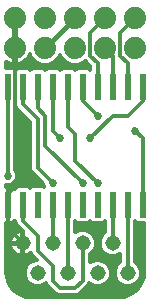
<source format=gbl>
G75*
%MOIN*%
%OFA0B0*%
%FSLAX24Y24*%
%IPPOS*%
%LPD*%
%AMOC8*
5,1,8,0,0,1.08239X$1,22.5*
%
%ADD10C,0.0515*%
%ADD11R,0.0236X0.0866*%
%ADD12C,0.0740*%
%ADD13C,0.0120*%
%ADD14C,0.0270*%
%ADD15C,0.0160*%
D10*
X001550Y001517D03*
X001050Y002517D03*
X002050Y002517D03*
X002550Y001517D03*
X003050Y002517D03*
X003550Y001517D03*
X004050Y002517D03*
X004550Y001517D03*
D11*
X004550Y003798D03*
X004050Y003798D03*
X003550Y003798D03*
X003050Y003798D03*
X002550Y003798D03*
X002050Y003798D03*
X001550Y003798D03*
X001050Y003798D03*
X000550Y003798D03*
X000550Y007735D03*
X001050Y007735D03*
X001550Y007735D03*
X002050Y007735D03*
X002550Y007735D03*
X003050Y007735D03*
X003550Y007735D03*
X004050Y007735D03*
X004550Y007735D03*
X005050Y007735D03*
X005050Y003798D03*
D12*
X004800Y009017D03*
X004800Y010017D03*
X003800Y010017D03*
X003800Y009017D03*
X002800Y009017D03*
X002800Y010017D03*
X001800Y010017D03*
X001800Y009017D03*
X000800Y009017D03*
X000800Y010017D03*
D13*
X000596Y001158D02*
X000741Y000958D01*
X000941Y000813D01*
X001176Y000736D01*
X001300Y000727D01*
X004300Y000727D01*
X004424Y000736D01*
X004659Y000813D01*
X004859Y000958D01*
X005004Y001158D01*
X005080Y001393D01*
X005090Y001517D01*
X005090Y003185D01*
X004857Y003185D01*
X004800Y003242D01*
X004800Y003242D01*
X004790Y003232D01*
X004790Y001891D01*
X004798Y001888D01*
X004921Y001764D01*
X004987Y001604D01*
X004987Y001430D01*
X004921Y001269D01*
X004798Y001146D01*
X004637Y001079D01*
X004463Y001079D01*
X004302Y001146D01*
X004179Y001269D01*
X004113Y001430D01*
X004113Y001604D01*
X004179Y001764D01*
X004302Y001888D01*
X004310Y001891D01*
X004310Y002158D01*
X004298Y002146D01*
X004137Y002079D01*
X003963Y002079D01*
X003802Y002146D01*
X003679Y002269D01*
X003613Y002430D01*
X003613Y002604D01*
X003679Y002764D01*
X003802Y002888D01*
X003810Y002891D01*
X003810Y003232D01*
X003800Y003242D01*
X003800Y003242D01*
X003743Y003185D01*
X003357Y003185D01*
X003300Y003242D01*
X003300Y003242D01*
X003243Y003185D01*
X002857Y003185D01*
X002800Y003242D01*
X002800Y003242D01*
X002790Y003232D01*
X002790Y002875D01*
X002802Y002888D01*
X002963Y002954D01*
X003137Y002954D01*
X003298Y002888D01*
X003421Y002764D01*
X003487Y002604D01*
X003487Y002430D01*
X003421Y002269D01*
X003298Y002146D01*
X003290Y002143D01*
X003290Y001875D01*
X003302Y001888D01*
X003463Y001954D01*
X003637Y001954D01*
X003798Y001888D01*
X003921Y001764D01*
X003987Y001604D01*
X003987Y001430D01*
X003921Y001269D01*
X003798Y001146D01*
X003637Y001079D01*
X003463Y001079D01*
X003302Y001146D01*
X003272Y001176D01*
X003253Y001131D01*
X003003Y000881D01*
X002936Y000813D01*
X002848Y000777D01*
X002252Y000777D01*
X002164Y000813D01*
X001914Y001063D01*
X001847Y001131D01*
X001828Y001176D01*
X001798Y001146D01*
X001637Y001079D01*
X001463Y001079D01*
X001302Y001146D01*
X001179Y001269D01*
X001113Y001430D01*
X001113Y001604D01*
X001179Y001764D01*
X001302Y001888D01*
X001463Y001954D01*
X001523Y001954D01*
X001414Y002063D01*
X001347Y002131D01*
X001319Y002196D01*
X001269Y002160D01*
X001210Y002130D01*
X001148Y002109D01*
X001083Y002099D01*
X001069Y002099D01*
X001069Y002498D01*
X001031Y002498D01*
X000633Y002498D01*
X000633Y002484D01*
X000643Y002419D01*
X000663Y002356D01*
X000693Y002298D01*
X000732Y002245D01*
X000778Y002198D01*
X000831Y002160D01*
X000890Y002130D01*
X000952Y002109D01*
X001017Y002099D01*
X001031Y002099D01*
X001031Y002498D01*
X001031Y002535D01*
X000633Y002535D01*
X000633Y002550D01*
X000643Y002614D01*
X000663Y002677D01*
X000693Y002735D01*
X000732Y002789D01*
X000778Y002835D01*
X000831Y002874D01*
X000890Y002904D01*
X000952Y002924D01*
X001017Y002934D01*
X001031Y002934D01*
X001031Y002535D01*
X001069Y002535D01*
X001069Y002909D01*
X000914Y003063D01*
X000847Y003131D01*
X000810Y003219D01*
X000810Y003232D01*
X000786Y003257D01*
X000766Y003237D01*
X000730Y003216D01*
X000689Y003205D01*
X000550Y003205D01*
X000550Y003798D01*
X000550Y003798D01*
X000550Y003205D01*
X000510Y003205D01*
X000510Y001517D01*
X000520Y001393D01*
X000596Y001158D01*
X000632Y001109D02*
X001391Y001109D01*
X001220Y001228D02*
X000573Y001228D01*
X000535Y001346D02*
X001147Y001346D01*
X001113Y001465D02*
X000514Y001465D01*
X000510Y001583D02*
X001113Y001583D01*
X001153Y001702D02*
X000510Y001702D01*
X000510Y001820D02*
X001235Y001820D01*
X001426Y001939D02*
X000510Y001939D01*
X000510Y002057D02*
X001420Y002057D01*
X001328Y002176D02*
X001291Y002176D01*
X001069Y002176D02*
X001031Y002176D01*
X001031Y002294D02*
X001069Y002294D01*
X001069Y002413D02*
X001031Y002413D01*
X001050Y002517D02*
X001050Y001267D01*
X001550Y000767D01*
X003675Y000767D01*
X004050Y001142D01*
X003880Y001228D02*
X004220Y001228D01*
X004147Y001346D02*
X003953Y001346D01*
X003987Y001465D02*
X004113Y001465D01*
X004113Y001583D02*
X003987Y001583D01*
X003947Y001702D02*
X004153Y001702D01*
X004235Y001820D02*
X003865Y001820D01*
X003674Y001939D02*
X004310Y001939D01*
X004310Y002057D02*
X003290Y002057D01*
X003290Y001939D02*
X003426Y001939D01*
X003328Y002176D02*
X003772Y002176D01*
X003669Y002294D02*
X003431Y002294D01*
X003480Y002413D02*
X003620Y002413D01*
X003613Y002531D02*
X003487Y002531D01*
X003468Y002650D02*
X003632Y002650D01*
X003683Y002768D02*
X003417Y002768D01*
X003299Y002887D02*
X003801Y002887D01*
X003810Y003005D02*
X002790Y003005D01*
X002790Y002887D02*
X002801Y002887D01*
X002790Y003124D02*
X003810Y003124D01*
X004050Y002517D02*
X004050Y003798D01*
X004550Y003798D02*
X004550Y001517D01*
X004790Y001939D02*
X005090Y001939D01*
X005090Y002057D02*
X004790Y002057D01*
X004790Y002176D02*
X005090Y002176D01*
X005090Y002294D02*
X004790Y002294D01*
X004790Y002413D02*
X005090Y002413D01*
X005090Y002531D02*
X004790Y002531D01*
X004790Y002650D02*
X005090Y002650D01*
X005090Y002768D02*
X004790Y002768D01*
X004790Y002887D02*
X005090Y002887D01*
X005090Y003005D02*
X004790Y003005D01*
X004790Y003124D02*
X005090Y003124D01*
X005050Y003798D02*
X005050Y006017D01*
X004800Y006267D01*
X004550Y006767D02*
X005050Y007267D01*
X005050Y007735D01*
X004550Y007735D02*
X004550Y008517D01*
X004300Y008767D01*
X004300Y009517D01*
X004800Y010017D01*
X003800Y009017D02*
X004050Y008767D01*
X004050Y007735D01*
X003550Y007735D02*
X003550Y008517D01*
X003300Y008767D01*
X003300Y009517D01*
X003800Y010017D01*
X003144Y008583D02*
X003164Y008563D01*
X003310Y008417D01*
X003310Y008301D01*
X003300Y008291D01*
X003243Y008348D01*
X002857Y008348D01*
X002800Y008291D01*
X002743Y008348D01*
X002357Y008348D01*
X002300Y008291D01*
X002243Y008348D01*
X001857Y008348D01*
X001800Y008291D01*
X001743Y008348D01*
X001357Y008348D01*
X001300Y008291D01*
X001243Y008348D01*
X000857Y008348D01*
X000800Y008291D01*
X000743Y008348D01*
X000510Y008348D01*
X000510Y008572D01*
X000522Y008563D01*
X000597Y008525D01*
X000676Y008500D01*
X000758Y008487D01*
X000760Y008487D01*
X000760Y008977D01*
X000840Y008977D01*
X000840Y008487D01*
X000842Y008487D01*
X000924Y008500D01*
X001003Y008525D01*
X001078Y008563D01*
X001145Y008612D01*
X001204Y008671D01*
X001253Y008739D01*
X001290Y008811D01*
X001334Y008705D01*
X001488Y008550D01*
X001691Y008467D01*
X001909Y008467D01*
X002112Y008550D01*
X002266Y008705D01*
X002300Y008787D01*
X002334Y008705D01*
X002488Y008550D01*
X002691Y008467D01*
X002909Y008467D01*
X003112Y008550D01*
X003144Y008583D01*
X003136Y008575D02*
X003153Y008575D01*
X003271Y008456D02*
X000510Y008456D01*
X000753Y008338D02*
X000847Y008338D01*
X000840Y008575D02*
X000760Y008575D01*
X000760Y008693D02*
X000840Y008693D01*
X000840Y008812D02*
X000760Y008812D01*
X000760Y008930D02*
X000840Y008930D01*
X000800Y009017D02*
X000800Y006767D01*
X001175Y006392D01*
X001175Y004767D01*
X000550Y004142D01*
X000550Y003798D01*
X000550Y003017D01*
X001050Y002517D01*
X001031Y002531D02*
X000510Y002531D01*
X000510Y002413D02*
X000645Y002413D01*
X000696Y002294D02*
X000510Y002294D01*
X000510Y002176D02*
X000809Y002176D01*
X000654Y002650D02*
X000510Y002650D01*
X000510Y002768D02*
X000717Y002768D01*
X000857Y002887D02*
X000510Y002887D01*
X000510Y003005D02*
X000972Y003005D01*
X001031Y002887D02*
X001069Y002887D01*
X001069Y002768D02*
X001031Y002768D01*
X001031Y002650D02*
X001069Y002650D01*
X000854Y003124D02*
X000510Y003124D01*
X000550Y003242D02*
X000550Y003242D01*
X000550Y003361D02*
X000550Y003361D01*
X000550Y003479D02*
X000550Y003479D01*
X000550Y003598D02*
X000550Y003598D01*
X000550Y003716D02*
X000550Y003716D01*
X000550Y003798D02*
X000550Y004391D01*
X000510Y004391D01*
X000510Y004452D01*
X000613Y004452D01*
X000728Y004500D01*
X000817Y004588D01*
X000865Y004704D01*
X000865Y004829D01*
X000817Y004945D01*
X000790Y004972D01*
X000790Y007169D01*
X000800Y007179D01*
X000810Y007169D01*
X000810Y007094D01*
X000847Y007006D01*
X000914Y006938D01*
X001310Y006542D01*
X001310Y004969D01*
X001347Y004881D01*
X001414Y004813D01*
X001735Y004492D01*
X001735Y004454D01*
X001760Y004394D01*
X001743Y004411D01*
X001357Y004411D01*
X001300Y004354D01*
X001243Y004411D01*
X000857Y004411D01*
X000786Y004340D01*
X000766Y004359D01*
X000730Y004380D01*
X000689Y004391D01*
X000550Y004391D01*
X000550Y003798D01*
X000550Y003798D01*
X000550Y003835D02*
X000550Y003835D01*
X000550Y003953D02*
X000550Y003953D01*
X000550Y004072D02*
X000550Y004072D01*
X000550Y004190D02*
X000550Y004190D01*
X000550Y004309D02*
X000550Y004309D01*
X000510Y004427D02*
X001746Y004427D01*
X001682Y004546D02*
X000774Y004546D01*
X000848Y004664D02*
X001563Y004664D01*
X001445Y004783D02*
X000865Y004783D01*
X000835Y004901D02*
X001338Y004901D01*
X001310Y005020D02*
X000790Y005020D01*
X000790Y005138D02*
X001310Y005138D01*
X001310Y005257D02*
X000790Y005257D01*
X000790Y005375D02*
X001310Y005375D01*
X001310Y005494D02*
X000790Y005494D01*
X000790Y005612D02*
X001310Y005612D01*
X001310Y005731D02*
X000790Y005731D01*
X000790Y005849D02*
X001310Y005849D01*
X001310Y005968D02*
X000790Y005968D01*
X000790Y006086D02*
X001310Y006086D01*
X001310Y006205D02*
X000790Y006205D01*
X000790Y006323D02*
X001310Y006323D01*
X001310Y006442D02*
X000790Y006442D01*
X000790Y006560D02*
X001292Y006560D01*
X001174Y006679D02*
X000790Y006679D01*
X000790Y006797D02*
X001055Y006797D01*
X000937Y006916D02*
X000790Y006916D01*
X000790Y007034D02*
X000835Y007034D01*
X000810Y007153D02*
X000790Y007153D01*
X001050Y007142D02*
X001050Y007735D01*
X000550Y007735D02*
X000550Y004767D01*
X001050Y003798D02*
X001050Y003267D01*
X001550Y002767D01*
X001550Y002267D01*
X002050Y001767D01*
X002050Y001267D01*
X002300Y001017D01*
X002800Y001017D01*
X003050Y001267D01*
X003050Y002517D01*
X002550Y001517D02*
X002550Y003798D01*
X002050Y003798D02*
X002050Y002517D01*
X001868Y001109D02*
X001709Y001109D01*
X001987Y000991D02*
X000718Y000991D01*
X000860Y000872D02*
X002105Y000872D01*
X002995Y000872D02*
X004740Y000872D01*
X004882Y000991D02*
X003113Y000991D01*
X003232Y001109D02*
X003391Y001109D01*
X003709Y001109D02*
X004391Y001109D01*
X004477Y000754D02*
X001123Y000754D01*
X000800Y003242D02*
X000771Y003242D01*
X002050Y004517D02*
X001550Y005017D01*
X001550Y006642D01*
X001050Y007142D01*
X001550Y007017D02*
X001550Y007735D01*
X002050Y007735D02*
X002050Y006267D01*
X002300Y006017D01*
X002550Y006392D02*
X002800Y006142D01*
X002800Y005267D01*
X003550Y004517D01*
X003050Y004517D02*
X001800Y005767D01*
X001800Y006767D01*
X001550Y007017D01*
X002550Y006392D02*
X002550Y007735D01*
X003050Y007735D02*
X003050Y007267D01*
X003550Y006767D01*
X004050Y006767D02*
X003300Y006017D01*
X004050Y006767D02*
X004550Y006767D01*
X003310Y008338D02*
X003253Y008338D01*
X002847Y008338D02*
X002753Y008338D01*
X002464Y008575D02*
X002136Y008575D01*
X002254Y008693D02*
X002346Y008693D01*
X002347Y008338D02*
X002253Y008338D01*
X001847Y008338D02*
X001753Y008338D01*
X001464Y008575D02*
X001093Y008575D01*
X001220Y008693D02*
X001346Y008693D01*
X001347Y008338D02*
X001253Y008338D01*
X000800Y009017D02*
X000800Y010017D01*
X000760Y009977D02*
X000840Y009977D01*
X000840Y009057D01*
X000760Y009057D01*
X000760Y009547D01*
X000760Y009977D01*
X000760Y009878D02*
X000840Y009878D01*
X000840Y009760D02*
X000760Y009760D01*
X000760Y009641D02*
X000840Y009641D01*
X000840Y009523D02*
X000760Y009523D01*
X000760Y009404D02*
X000840Y009404D01*
X000840Y009286D02*
X000760Y009286D01*
X000760Y009167D02*
X000840Y009167D01*
X004865Y001820D02*
X005090Y001820D01*
X005090Y001702D02*
X004947Y001702D01*
X004987Y001583D02*
X005090Y001583D01*
X005086Y001465D02*
X004987Y001465D01*
X004953Y001346D02*
X005065Y001346D01*
X005027Y001228D02*
X004880Y001228D01*
X004968Y001109D02*
X004709Y001109D01*
D14*
X004050Y001142D03*
X003550Y004517D03*
X003050Y004517D03*
X002050Y004517D03*
X002300Y006017D03*
X003300Y006017D03*
X003550Y006767D03*
X004800Y006267D03*
X001175Y006392D03*
X000550Y004767D03*
D15*
X001800Y009017D02*
X002800Y010017D01*
M02*

</source>
